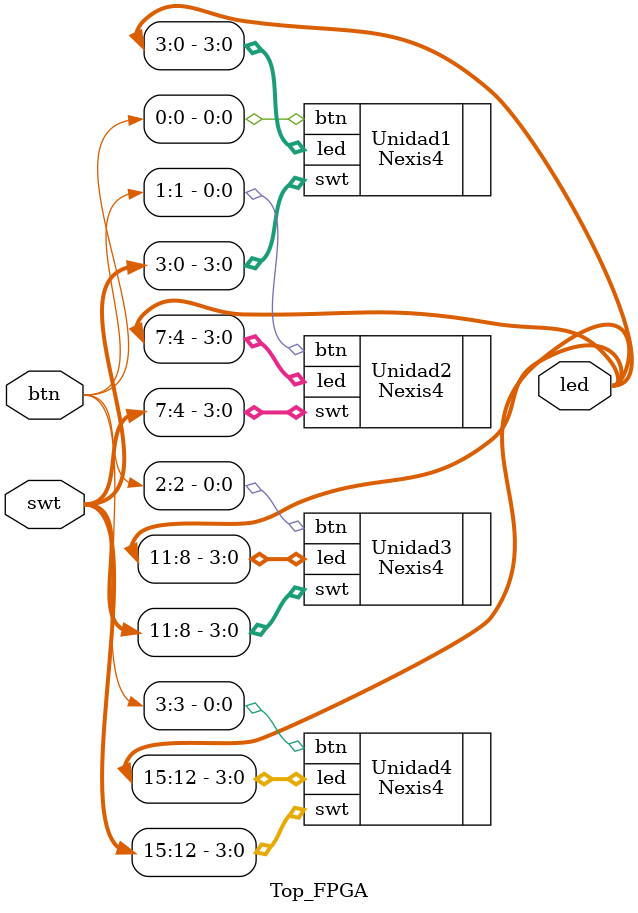
<source format=sv>
`timescale 1ns / 1ps

module Top_FPGA(
input logic  [15:0]	swt,
input logic  [3:0]	btn,
output logic [15:0]	led
    );

Nexis4 Unidad1 (
        .swt       (swt[3:0]),
        .btn       (btn[0]),
        .led       (led[3:0])
    );
    
Nexis4 Unidad2 (
        .swt       (swt[7:4]),
        .btn       (btn[1]),
        .led       (led[7:4])
    );
    
Nexis4 Unidad3 (
        .swt       (swt[11:8]),
        .btn       (btn[2]),
        .led       (led[11:8])
    );
    
Nexis4 Unidad4 (
        .swt       (swt[15:12]),
        .btn       (btn[3]),
        .led       (led[15:12])
    );
endmodule
</source>
